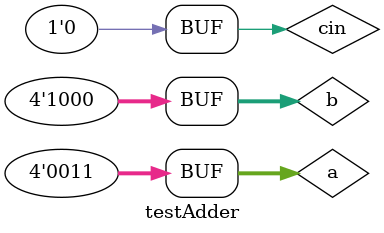
<source format=v>

module Four_bit_Adder_subtracter(st,cout,a,b,cin);

output [3:0]st;
wire c0,c1,c2;
output cout;
input [3:0]a,b;
input cin;

Full_Adder fadd0(st[0],c0,a[0],(b[0]^cin),cin);
Full_Adder fadd1(st[1],c1,a[1],(b[1]^cin),c0);
Full_Adder fadd2(st[2],c2,a[2],(b[2]^cin),c1);
Full_Adder fadd3(st[3],cout,a[3],(b[3]^cin),c2);


endmodule


module Full_Adder(s,ct,A,B,C);
output s,ct;
input A,B,C;
wire w1,w2,w3;

xor(w1,A,B);
xor(s,w1,C);

and(w2,A,B);
and(w3,C,w1);
or(ct,w3,w2);

endmodule

module testAdder;
reg[3:0]a,b;
reg cin;

wire[3:0]st;
wire cout;

Four_bit_Adder_subtracter fadd(st,cout,a,b,cin);

initial
begin
#0 a=4'd8; b=4'd3; cin=1;
#100 a=4'd2; b=4'd2; cin=1;
#100 a=4'd5; b=4'd6; cin=1'b1;
#100 a=4'd7; b=4'd4; cin=1'b0;
#100 a=4'd3; b=4'd8; cin=1'b0;
end
endmodule
</source>
